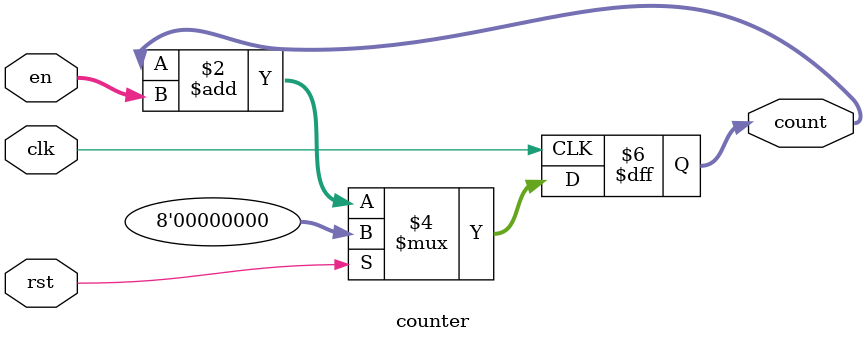
<source format=sv>
module counter #(
    parameter WIDTH = 8
)(
    // interface signals
    input logic clk, // clock
    input logic rst, // reset
    input logic [WIDTH-1:0] en, // en
    output logic [WIDTH-1:0] count //count output
);

always_ff @(posedge clk)
    if (rst) count <= {WIDTH{1'b0}};
    else count <= count + en;

endmodule

</source>
